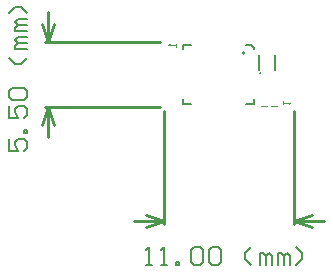
<source format=gbo>
%FSLAX44Y44*%
%MOMM*%
G71*
G01*
G75*
G04 Layer_Color=32896*
%ADD10R,0.7000X0.2800*%
%ADD11R,1.0000X1.0000*%
%ADD12R,0.4000X0.4000*%
%ADD13R,0.4000X0.4000*%
%ADD14R,0.5000X0.2500*%
%ADD15R,0.2500X0.5000*%
%ADD16C,0.1100*%
%ADD17C,0.1700*%
%ADD18C,0.1400*%
%ADD19C,0.2540*%
%ADD20C,0.1524*%
%ADD21C,0.3500*%
%ADD22R,1.5000X0.6000*%
%ADD23R,1.0000X1.0000*%
%ADD24R,0.7000X0.4000*%
%ADD25R,0.6000X0.4000*%
%ADD26R,1.0000X0.7000*%
%ADD27C,0.2000*%
%ADD28C,0.2500*%
%ADD29C,0.1500*%
%ADD30C,0.1000*%
D19*
X419360Y845500D02*
X516260D01*
X419360Y790500D02*
X516260D01*
X421900Y765100D02*
Y790500D01*
Y845500D02*
Y870900D01*
X416820Y775260D02*
X421900Y790500D01*
X426980Y775260D01*
X421900Y845500D02*
X426980Y860740D01*
X416820D02*
X421900Y845500D01*
X630000Y690880D02*
Y786760D01*
X520000Y690880D02*
Y786760D01*
X494600Y693420D02*
X520000D01*
X630000D02*
X655400D01*
X504760Y698500D02*
X520000Y693420D01*
X504760Y688340D02*
X520000Y693420D01*
X630000D02*
X645240Y688340D01*
X630000Y693420D02*
X645240Y698500D01*
D20*
X388382Y763152D02*
Y752996D01*
X395999D01*
X393460Y758074D01*
Y760613D01*
X395999Y763152D01*
X401078D01*
X403617Y760613D01*
Y755535D01*
X401078Y752996D01*
X403617Y768231D02*
X401078D01*
Y770770D01*
X403617D01*
Y768231D01*
X388382Y791083D02*
Y780927D01*
X395999D01*
X393460Y786005D01*
Y788544D01*
X395999Y791083D01*
X401078D01*
X403617Y788544D01*
Y783466D01*
X401078Y780927D01*
X390921Y796162D02*
X388382Y798701D01*
Y803779D01*
X390921Y806318D01*
X401078D01*
X403617Y803779D01*
Y798701D01*
X401078Y796162D01*
X390921D01*
X403617Y831710D02*
X398539Y826632D01*
X393460D01*
X388382Y831710D01*
X403617Y839328D02*
X393460D01*
Y841867D01*
X395999Y844406D01*
X403617D01*
X395999D01*
X393460Y846945D01*
X395999Y849484D01*
X403617D01*
Y854563D02*
X393460D01*
Y857102D01*
X395999Y859641D01*
X403617D01*
X395999D01*
X393460Y862180D01*
X395999Y864719D01*
X403617D01*
Y869798D02*
X398539Y874876D01*
X393460D01*
X388382Y869798D01*
X504917Y656854D02*
X509996D01*
X507457D01*
Y672089D01*
X504917Y669550D01*
X517613Y656854D02*
X522692D01*
X520153D01*
Y672089D01*
X517613Y669550D01*
X530309Y656854D02*
Y659393D01*
X532848D01*
Y656854D01*
X530309D01*
X543005Y669550D02*
X545544Y672089D01*
X550623D01*
X553162Y669550D01*
Y659393D01*
X550623Y656854D01*
X545544D01*
X543005Y659393D01*
Y669550D01*
X558240D02*
X560779Y672089D01*
X565858D01*
X568397Y669550D01*
Y659393D01*
X565858Y656854D01*
X560779D01*
X558240Y659393D01*
Y669550D01*
X593789Y656854D02*
X588710Y661932D01*
Y667011D01*
X593789Y672089D01*
X601406Y656854D02*
Y667011D01*
X603945D01*
X606485Y664471D01*
Y656854D01*
Y664471D01*
X609024Y667011D01*
X611563Y664471D01*
Y656854D01*
X616641D02*
Y667011D01*
X619180D01*
X621720Y664471D01*
Y656854D01*
Y664471D01*
X624259Y667011D01*
X626798Y664471D01*
Y656854D01*
X631876D02*
X636955Y661932D01*
Y667011D01*
X631876Y672089D01*
D27*
X601500Y819000D02*
G03*
X601500Y819000I-500J0D01*
G01*
X588000Y836000D02*
G03*
X588000Y836000I-1000J0D01*
G01*
X536001Y843000D02*
X543001D01*
X536001Y793000D02*
Y797000D01*
Y793000D02*
X543001D01*
X589001D02*
X596001D01*
Y797000D01*
X536001Y839000D02*
Y843000D01*
X596001Y839000D02*
Y840000D01*
X589001Y843000D02*
X593001D01*
X596001Y840000D01*
D29*
X600000Y821500D02*
Y834500D01*
X614000Y821500D02*
Y834500D01*
D30*
X602000Y791000D02*
X607000D01*
X610002Y791000D02*
X615002D01*
X620500Y793000D02*
Y794999D01*
Y794000D01*
X626498D01*
X625498Y793000D01*
X529500Y843500D02*
Y841501D01*
Y842500D01*
X523502D01*
X524502Y843500D01*
M02*

</source>
